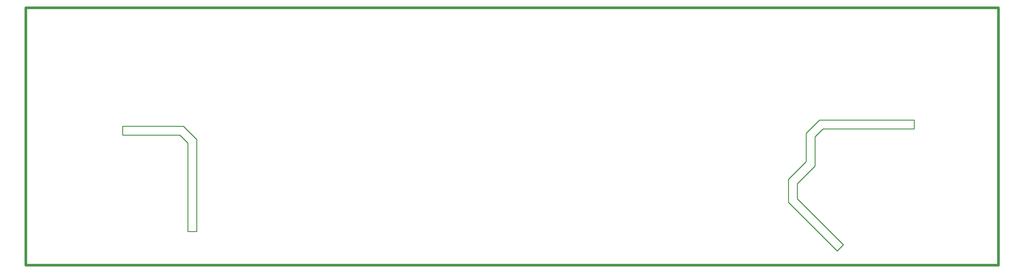
<source format=gm1>
G04*
G04 #@! TF.GenerationSoftware,Altium Limited,Altium Designer,19.0.4 (130)*
G04*
G04 Layer_Color=16711935*
%FSAX25Y25*%
%MOIN*%
G70*
G01*
G75*
%ADD16C,0.01000*%
%ADD71C,0.03000*%
D16*
X0109200Y0147000D02*
Y0157000D01*
X0178000D01*
X0109200Y0147000D02*
X0174000D01*
X0193000Y0038100D02*
Y0142000D01*
X0178000Y0157000D02*
X0193000Y0142000D01*
X0183000Y0038100D02*
Y0138000D01*
X0174000Y0147000D02*
X0183000Y0138000D01*
Y0038100D02*
X0193000D01*
X1003000Y0154000D02*
Y0164000D01*
X0891000Y0145000D02*
X0900000Y0154000D01*
X0916000Y0016000D02*
X0923085Y0023085D01*
X0871000Y0092000D02*
X0891000Y0112000D01*
X0871000Y0075169D02*
X0923085Y0023085D01*
X0871000Y0075169D02*
Y0092000D01*
X0891000Y0112000D02*
Y0145000D01*
X0900000Y0154000D02*
X1003000D01*
X0861000Y0071000D02*
X0916000Y0016000D01*
X0861000Y0071000D02*
Y0096993D01*
X0881000Y0116993D01*
Y0149000D01*
X0896000Y0164000D01*
X1003000D01*
D71*
X0000000Y0000000D02*
Y0291000D01*
X1098000D01*
Y0000000D02*
Y0291000D01*
X0000000Y0000000D02*
X1098000D01*
M02*

</source>
